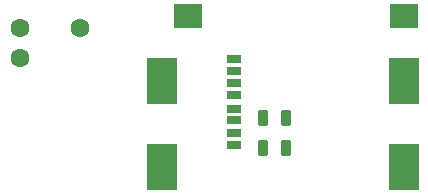
<source format=gbp>
G04 Layer_Color=128*
%FSLAX44Y44*%
%MOMM*%
G71*
G01*
G75*
%ADD10R,2.3400X2.0000*%
%ADD13R,2.5000X4.0000*%
%ADD15C,1.6000*%
G04:AMPARAMS|DCode=24|XSize=1.3mm|YSize=0.8mm|CornerRadius=0.1mm|HoleSize=0mm|Usage=FLASHONLY|Rotation=90.000|XOffset=0mm|YOffset=0mm|HoleType=Round|Shape=RoundedRectangle|*
%AMROUNDEDRECTD24*
21,1,1.3000,0.6000,0,0,90.0*
21,1,1.1000,0.8000,0,0,90.0*
1,1,0.2000,0.3000,0.5500*
1,1,0.2000,0.3000,-0.5500*
1,1,0.2000,-0.3000,-0.5500*
1,1,0.2000,-0.3000,0.5500*
%
%ADD24ROUNDEDRECTD24*%
%ADD25R,1.2700X0.6350*%
D10*
X269500Y187400D02*
D03*
X452000D02*
D03*
D13*
X246720Y59930D02*
D03*
X451720D02*
D03*
Y132670D02*
D03*
X246720D02*
D03*
D15*
X126600Y177800D02*
D03*
Y152400D02*
D03*
X177400Y177800D02*
D03*
D24*
X352500Y101600D02*
D03*
X332500D02*
D03*
Y76200D02*
D03*
X352500D02*
D03*
D25*
X308210Y88900D02*
D03*
Y78740D02*
D03*
Y99640D02*
D03*
Y108712D02*
D03*
Y120650D02*
D03*
Y130810D02*
D03*
Y140970D02*
D03*
Y151130D02*
D03*
M02*

</source>
